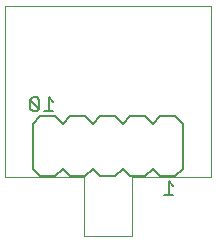
<source format=gbo>
G75*
%MOIN*%
%OFA0B0*%
%FSLAX24Y24*%
%IPPOS*%
%LPD*%
%AMOC8*
5,1,8,0,0,1.08239X$1,22.5*
%
%ADD10C,0.0000*%
%ADD11C,0.0060*%
%ADD12C,0.0050*%
D10*
X000100Y002069D02*
X000100Y007777D01*
X006950Y007777D01*
X006950Y002069D01*
X004313Y002069D01*
X004313Y000100D01*
X002738Y000100D01*
X002738Y002069D01*
X000100Y002069D01*
D11*
X001025Y002350D02*
X001275Y002100D01*
X001775Y002100D01*
X002025Y002350D01*
X002275Y002100D01*
X002775Y002100D01*
X003025Y002350D01*
X003275Y002100D01*
X003775Y002100D01*
X004025Y002350D01*
X004275Y002100D01*
X004775Y002100D01*
X005025Y002350D01*
X005275Y002100D01*
X005775Y002100D01*
X006025Y002350D01*
X006025Y003850D01*
X005775Y004100D01*
X005275Y004100D01*
X005025Y003850D01*
X004775Y004100D01*
X004275Y004100D01*
X004025Y003850D01*
X003775Y004100D01*
X003275Y004100D01*
X003025Y003850D01*
X002775Y004100D01*
X002275Y004100D01*
X002025Y003850D01*
X001775Y004100D01*
X001275Y004100D01*
X001025Y003850D01*
X001025Y002350D01*
D12*
X001015Y004275D02*
X001165Y004275D01*
X001240Y004350D01*
X000940Y004650D01*
X000940Y004350D01*
X001015Y004275D01*
X001240Y004350D02*
X001240Y004650D01*
X001165Y004725D01*
X001015Y004725D01*
X000940Y004650D01*
X001400Y004275D02*
X001700Y004275D01*
X001550Y004275D02*
X001550Y004725D01*
X001700Y004575D01*
X005400Y001475D02*
X005700Y001475D01*
X005550Y001475D02*
X005550Y001925D01*
X005700Y001775D01*
M02*

</source>
